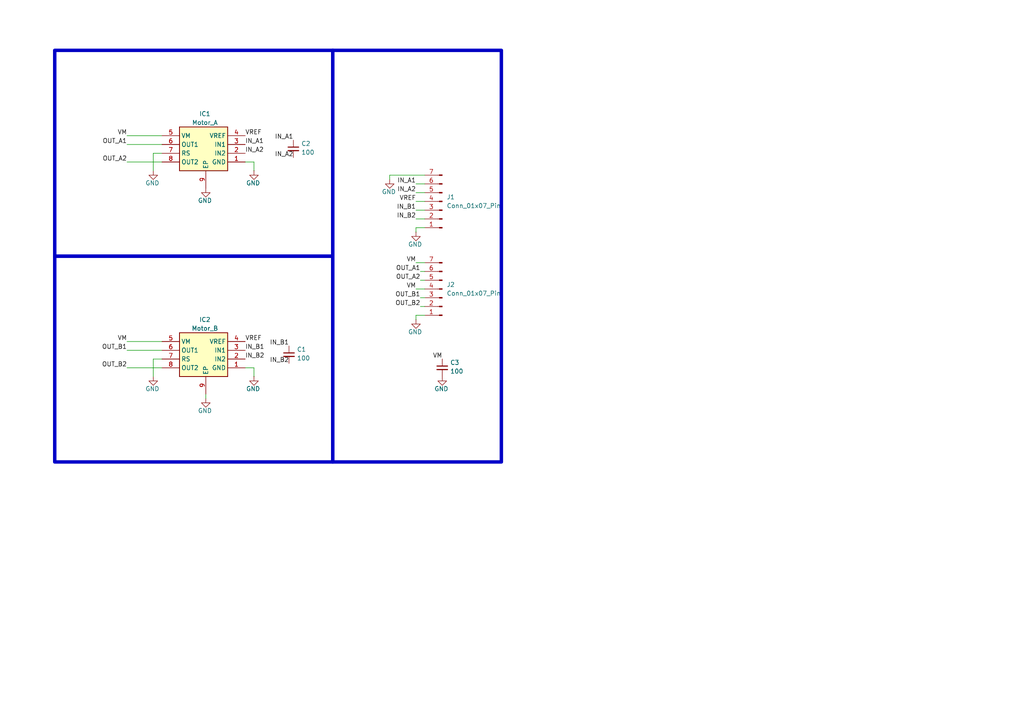
<source format=kicad_sch>
(kicad_sch (version 20231120) (generator "eeschema") (generator_version "8.0")
  (paper "A4")
  (lib_symbols
    (symbol "Connector:Conn_01x07_Pin" (pin_names (offset 1.016) hide)
      (property "Reference" "J" (at 0 10.16 0))
      (property "Value" "Conn_01x07_Pin" (at 0 -10.16 0))
      (symbol "Conn_01x07_Pin_1_1"
        (polyline (pts (xy 1.27 -7.62) (xy 0.8636 -7.62)) (stroke (width 0.1524)))
        (polyline (pts (xy 1.27 -5.08) (xy 0.8636 -5.08)) (stroke (width 0.1524)))
        (polyline (pts (xy 1.27 -2.54) (xy 0.8636 -2.54)) (stroke (width 0.1524)))
        (polyline (pts (xy 1.27 0) (xy 0.8636 0)) (stroke (width 0.1524)))
        (polyline (pts (xy 1.27 2.54) (xy 0.8636 2.54)) (stroke (width 0.1524)))
        (polyline (pts (xy 1.27 5.08) (xy 0.8636 5.08)) (stroke (width 0.1524)))
        (polyline (pts (xy 1.27 7.62) (xy 0.8636 7.62)) (stroke (width 0.1524)))
        (rectangle (start 0.8636 -7.493) (end 0 -7.747) (stroke (width 0.1524)) (fill (type outline)))
        (rectangle (start 0.8636 -4.953) (end 0 -5.207) (stroke (width 0.1524)) (fill (type outline)))
        (rectangle (start 0.8636 -2.413) (end 0 -2.667) (stroke (width 0.1524)) (fill (type outline)))
        (rectangle (start 0.8636 0.127) (end 0 -0.127) (stroke (width 0.1524)) (fill (type outline)))
        (rectangle (start 0.8636 2.667) (end 0 2.413) (stroke (width 0.1524)) (fill (type outline)))
        (rectangle (start 0.8636 5.207) (end 0 4.953) (stroke (width 0.1524)) (fill (type outline)))
        (rectangle (start 0.8636 7.747) (end 0 7.493) (stroke (width 0.1524)) (fill (type outline)))
        (pin passive line (at 5.08 7.62 180) (length 3.81) (name "Pin_1") (number "1"))
        (pin passive line (at 5.08 5.08 180) (length 3.81) (name "Pin_2") (number "2"))
        (pin passive line (at 5.08 2.54 180) (length 3.81) (name "Pin_3") (number "3"))
        (pin passive line (at 5.08 0 180) (length 3.81) (name "Pin_4") (number "4"))
        (pin passive line (at 5.08 -2.54 180) (length 3.81) (name "Pin_5") (number "5"))
        (pin passive line (at 5.08 -5.08 180) (length 3.81) (name "Pin_6") (number "6"))
        (pin passive line (at 5.08 -7.62 180) (length 3.81) (name "Pin_7") (number "7"))
      )
    )
    (symbol "Device:C_Small" (pin_numbers hide) (pin_names (offset 0.254) hide)
      (property "Reference" "C" (at 0.254 1.778 0))
      (property "Value" "C_Small" (at 0.254 -2.032 0))
      (symbol "C_Small_0_1"
        (polyline (pts (xy -1.524 -0.508) (xy 1.524 -0.508)) (stroke (width 0.3302)))
        (polyline (pts (xy -1.524 0.508) (xy 1.524 0.508)) (stroke (width 0.3048)))
      )
      (symbol "C_Small_1_1"
        (pin passive line (at 0 2.54 270) (length 2.032) (name "~") (number "1"))
        (pin passive line (at 0 -2.54 90) (length 2.032) (name "~") (number "2"))
      )
    )
    (symbol "TB67H450FNG_EL:TB67H450FNG,EL"
      (property "Reference" "IC" (at 26.67 7.62 0))
      (property "Value" "TB67H450FNG,EL" (at 26.67 5.08 0))
      (symbol "TB67H450FNG,EL_1_1"
        (rectangle (start 5.08 2.54) (end 19.05 -10.16) (stroke (width 0.254)) (fill (type background)))
        (pin passive line (at 0 0 0) (length 5.08) (name "GND") (number "1"))
        (pin passive line (at 0 -2.54 0) (length 5.08) (name "IN2") (number "2"))
        (pin passive line (at 0 -5.08 0) (length 5.08) (name "IN1") (number "3"))
        (pin passive line (at 0 -7.62 0) (length 5.08) (name "VREF") (number "4"))
        (pin passive line (at 24.13 -7.62 180) (length 5.08) (name "VM") (number "5"))
        (pin passive line (at 24.13 -5.08 180) (length 5.08) (name "OUT1") (number "6"))
        (pin passive line (at 24.13 -2.54 180) (length 5.08) (name "RS") (number "7"))
        (pin passive line (at 24.13 0 180) (length 5.08) (name "OUT2") (number "8"))
        (pin passive line (at 11.43 7.62 270) (length 5.08) (name "EP") (number "9"))
      )
    )
    (symbol "power:GND" (power) (pin_numbers hide) (pin_names (offset 0) hide)
      (property "Value" "GND" (at 0 -3.81 0))
      (symbol "GND_0_1"
        (polyline (pts (xy 0 0) (xy 0 -1.27) (xy 1.27 -1.27) (xy 0 -2.54) (xy -1.27 -1.27) (xy 0 -1.27)))
      )
      (symbol "GND_1_1"
        (pin power_in line (at 0 0 270) (length 0) (name "~") (number "1"))
      )
    )
  )
  (wire (pts (xy 44.45 44.45) (xy 44.45 49.53)))
  (wire (pts (xy 73.66 106.68) (xy 71.12 106.68)))
  (wire (pts (xy 36.83 99.06) (xy 46.99 99.06)))
  (wire (pts (xy 120.65 66.04) (xy 120.65 67.31)))
  (wire (pts (xy 121.92 88.9) (xy 123.19 88.9)))
  (wire (pts (xy 120.65 55.88) (xy 123.19 55.88)))
  (wire (pts (xy 120.65 83.82) (xy 123.19 83.82)))
  (wire (pts (xy 44.45 104.14) (xy 44.45 109.22)))
  (wire (pts (xy 120.65 76.2) (xy 123.19 76.2)))
  (wire (pts (xy 120.65 60.96) (xy 123.19 60.96)))
  (wire (pts (xy 121.92 81.28) (xy 123.19 81.28)))
  (wire (pts (xy 46.99 104.14) (xy 44.45 104.14)))
  (wire (pts (xy 36.83 106.68) (xy 46.99 106.68)))
  (wire (pts (xy 120.65 91.44) (xy 120.65 92.71)))
  (wire (pts (xy 120.65 63.5) (xy 123.19 63.5)))
  (wire (pts (xy 113.03 50.8) (xy 113.03 52.07)))
  (wire (pts (xy 121.92 78.74) (xy 123.19 78.74)))
  (wire (pts (xy 73.66 49.53) (xy 73.66 46.99)))
  (wire (pts (xy 120.65 58.42) (xy 123.19 58.42)))
  (wire (pts (xy 121.92 86.36) (xy 123.19 86.36)))
  (wire (pts (xy 36.83 46.99) (xy 46.99 46.99)))
  (wire (pts (xy 113.03 50.8) (xy 123.19 50.8)))
  (wire (pts (xy 59.69 114.3) (xy 59.69 115.57)))
  (wire (pts (xy 73.66 46.99) (xy 71.12 46.99)))
  (wire (pts (xy 36.83 41.91) (xy 46.99 41.91)))
  (wire (pts (xy 46.99 44.45) (xy 44.45 44.45)))
  (wire (pts (xy 123.19 91.44) (xy 120.65 91.44)))
  (wire (pts (xy 36.83 39.37) (xy 46.99 39.37)))
  (wire (pts (xy 36.83 101.6) (xy 46.99 101.6)))
  (wire (pts (xy 123.19 66.04) (xy 120.65 66.04)))
  (wire (pts (xy 120.65 53.34) (xy 123.19 53.34)))
  (wire (pts (xy 73.66 109.22) (xy 73.66 106.68)))
  (rectangle (start 15.875 74.295) (end 96.52 133.985) (stroke (width 1)))
  (rectangle (start 96.52 14.605) (end 145.415 133.985) (stroke (width 1)))
  (rectangle (start 15.875 14.605) (end 96.52 74.295) (stroke (width 1)))
  (label "OUT_B2" (at 36.83 106.68 180))
  (label "VM" (at 36.83 99.06 180))
  (label "IN_B1" (at 71.12 101.6 0))
  (label "OUT_A2" (at 36.83 46.99 180))
  (label "IN_B1" (at 83.82 100.33 180))
  (label "VM" (at 128.27 104.14 180))
  (label "OUT_B2" (at 121.92 88.9 180))
  (label "IN_B2" (at 71.12 104.14 0))
  (label "OUT_A2" (at 121.92 81.28 180))
  (label "OUT_B1" (at 36.83 101.6 180))
  (label "VREF" (at 71.12 99.06 0))
  (label "OUT_A1" (at 36.83 41.91 180))
  (label "OUT_B1" (at 121.92 86.36 180))
  (label "IN_A1" (at 71.12 41.91 0))
  (label "VM" (at 120.65 83.82 180))
  (label "IN_A2" (at 85.09 45.72 180))
  (label "IN_B2" (at 83.82 105.41 180))
  (label "OUT_A1" (at 121.92 78.74 180))
  (label "IN_A2" (at 71.12 44.45 0))
  (label "VM" (at 36.83 39.37 180))
  (label "IN_A1" (at 120.65 53.34 180))
  (label "IN_A1" (at 85.09 40.64 180))
  (label "VREF" (at 71.12 39.37 0))
  (label "VM" (at 120.65 76.2 180))
  (label "VREF" (at 120.65 58.42 180))
  (label "IN_B1" (at 120.65 60.96 180))
  (label "IN_B2" (at 120.65 63.5 180))
  (label "IN_A2" (at 120.65 55.88 180))
  (symbol (lib_id "power:GND") (at 113.03 52.07 0) (unit 1)
    (property "Reference" "#PWR02" (effects (hide yes)))
    (property "Value" "GND" (at 112.776 55.626 0))
    (property "Description" "Power symbol creates a global label with name \"GND\" , ground" (effects (hide yes)))
  )
  (symbol (lib_id "power:GND") (at 59.69 54.61 0) (unit 1)
    (property "Reference" "#PWR05" (effects (hide yes)))
    (property "Value" "GND" (at 59.436 58.166 0))
    (property "Description" "Power symbol creates a global label with name \"GND\" , ground" (effects (hide yes)))
  )
  (symbol (lib_id "power:GND") (at 59.69 115.57 0) (unit 1)
    (property "Reference" "#PWR06" (effects (hide yes)))
    (property "Value" "GND" (at 59.436 119.126 0))
    (property "Description" "Power symbol creates a global label with name \"GND\" , ground" (effects (hide yes)))
  )
  (symbol (lib_id "TB67H450FNG_EL:TB67H450FNG,EL") (at 71.12 46.99 180) (unit 1)
    (property "Reference" "IC1" (at 59.436 33.02 0))
    (property "Value" "Motor_A" (at 59.436 35.56 0))
    (property "Footprint" "TB67H450FNG_EL:TB67H450FNG_EL" (effects (hide yes)))
    (property "Datasheet" "http://toshiba.semicon-storage.com/info/docget.jsp?did=65346&prodName=TB67H450FNG" (effects (hide yes)))
    (property "Description" "Motor / Motion / Ignition Controllers & Drivers Brushed Motor Driver IC, 50V, 3.5A, TSSOP8 Package, PB-FREE" (effects (hide yes)))
    (property "Height" "1.75" (effects (hide yes)))
    (property "Mouser Part Number" "757-TB67H450FNGEL" (effects (hide yes)))
    (property "Mouser Price/Stock" "https://www.mouser.co.uk/ProductDetail/Toshiba/TB67H450FNGEL?qs=h6V4JsTaLXeReNg2bp0jug%3D%3D" (effects (hide yes)))
    (property "Manufacturer_Name" "Toshiba" (effects (hide yes)))
    (property "Manufacturer_Part_Number" "TB67H450FNG,EL" (effects (hide yes)))
  )
  (symbol (lib_id "power:GND") (at 128.27 109.22 0) (unit 1)
    (property "Reference" "#PWR010" (effects (hide yes)))
    (property "Value" "GND" (at 128.016 112.776 0))
    (property "Description" "Power symbol creates a global label with name \"GND\" , ground" (effects (hide yes)))
  )
  (symbol (lib_id "power:GND") (at 73.66 49.53 0) (unit 1)
    (property "Reference" "#PWR07" (effects (hide yes)))
    (property "Value" "GND" (at 73.406 53.086 0))
    (property "Description" "Power symbol creates a global label with name \"GND\" , ground" (effects (hide yes)))
  )
  (symbol (lib_id "Connector:Conn_01x07_Pin") (at 128.27 83.82 180) (unit 1)
    (property "Reference" "J2" (at 129.54 82.5499 0) (effects (justify right)))
    (property "Value" "Conn_01x07_Pin" (at 129.54 85.0899 0) (effects (justify right)))
    (property "Footprint" "Connector_PinHeader_2.54mm:PinHeader_1x07_P2.54mm_Vertical" (effects (hide yes)))
    (property "Description" "Generic connector, single row, 01x07, script generated" (effects (hide yes)))
  )
  (symbol (lib_id "power:GND") (at 120.65 67.31 0) (unit 1)
    (property "Reference" "#PWR09" (effects (hide yes)))
    (property "Value" "GND" (at 120.396 70.866 0))
    (property "Description" "Power symbol creates a global label with name \"GND\" , ground" (effects (hide yes)))
  )
  (symbol (lib_id "power:GND") (at 44.45 49.53 0) (unit 1)
    (property "Reference" "#PWR03" (effects (hide yes)))
    (property "Value" "GND" (at 44.196 53.086 0))
    (property "Description" "Power symbol creates a global label with name \"GND\" , ground" (effects (hide yes)))
  )
  (symbol (lib_id "power:GND") (at 120.65 92.71 0) (unit 1)
    (property "Reference" "#PWR01" (effects (hide yes)))
    (property "Value" "GND" (at 120.396 96.266 0))
    (property "Description" "Power symbol creates a global label with name \"GND\" , ground" (effects (hide yes)))
  )
  (symbol (lib_id "Device:C_Small") (at 85.09 43.18 0) (unit 1)
    (property "Reference" "C2" (at 87.376 41.656 0) (effects (justify left)))
    (property "Value" "100" (at 87.376 44.196 0) (effects (justify left)))
    (property "Footprint" "Capacitor_SMD:C_0805_2012Metric" (effects (hide yes)))
    (property "Description" "Unpolarized capacitor, small symbol" (effects (hide yes)))
  )
  (symbol (lib_id "Device:C_Small") (at 83.82 102.87 0) (unit 1)
    (property "Reference" "C1" (at 86.106 101.346 0) (effects (justify left)))
    (property "Value" "100" (at 86.106 103.886 0) (effects (justify left)))
    (property "Footprint" "Capacitor_SMD:C_0805_2012Metric" (effects (hide yes)))
    (property "Description" "Unpolarized capacitor, small symbol" (effects (hide yes)))
  )
  (symbol (lib_id "power:GND") (at 44.45 109.22 0) (unit 1)
    (property "Reference" "#PWR04" (effects (hide yes)))
    (property "Value" "GND" (at 44.196 112.776 0))
    (property "Description" "Power symbol creates a global label with name \"GND\" , ground" (effects (hide yes)))
  )
  (symbol (lib_id "Device:C_Small") (at 128.27 106.68 0) (unit 1)
    (property "Reference" "C3" (at 130.556 105.156 0) (effects (justify left)))
    (property "Value" "100" (at 130.556 107.696 0) (effects (justify left)))
    (property "Footprint" "Capacitor_THT:C_Disc_D4.3mm_W1.9mm_P5.00mm" (effects (hide yes)))
    (property "Description" "Unpolarized capacitor, small symbol" (effects (hide yes)))
  )
  (symbol (lib_id "power:GND") (at 73.66 109.22 0) (unit 1)
    (property "Reference" "#PWR08" (effects (hide yes)))
    (property "Value" "GND" (at 73.406 112.776 0))
    (property "Description" "Power symbol creates a global label with name \"GND\" , ground" (effects (hide yes)))
  )
  (symbol (lib_id "TB67H450FNG_EL:TB67H450FNG,EL") (at 71.12 106.68 180) (unit 1)
    (property "Reference" "IC2" (at 59.436 92.71 0))
    (property "Value" "Motor_B" (at 59.436 95.25 0))
    (property "Footprint" "TB67H450FNG_EL:TB67H450FNG_EL" (effects (hide yes)))
    (property "Datasheet" "http://toshiba.semicon-storage.com/info/docget.jsp?did=65346&prodName=TB67H450FNG" (effects (hide yes)))
    (property "Description" "Motor / Motion / Ignition Controllers & Drivers Brushed Motor Driver IC, 50V, 3.5A, TSSOP8 Package, PB-FREE" (effects (hide yes)))
    (property "Height" "1.75" (effects (hide yes)))
    (property "Mouser Part Number" "757-TB67H450FNGEL" (effects (hide yes)))
    (property "Mouser Price/Stock" "https://www.mouser.co.uk/ProductDetail/Toshiba/TB67H450FNGEL?qs=h6V4JsTaLXeReNg2bp0jug%3D%3D" (effects (hide yes)))
    (property "Manufacturer_Name" "Toshiba" (effects (hide yes)))
    (property "Manufacturer_Part_Number" "TB67H450FNG,EL" (effects (hide yes)))
  )
  (symbol (lib_id "Connector:Conn_01x07_Pin") (at 128.27 58.42 180) (unit 1)
    (property "Reference" "J1" (at 129.54 57.1499 0) (effects (justify right)))
    (property "Value" "Conn_01x07_Pin" (at 129.54 59.6899 0) (effects (justify right)))
    (property "Footprint" "Connector_PinHeader_2.54mm:PinHeader_1x07_P2.54mm_Vertical" (effects (hide yes)))
    (property "Description" "Generic connector, single row, 01x07, script generated" (effects (hide yes)))
  )
)
</source>
